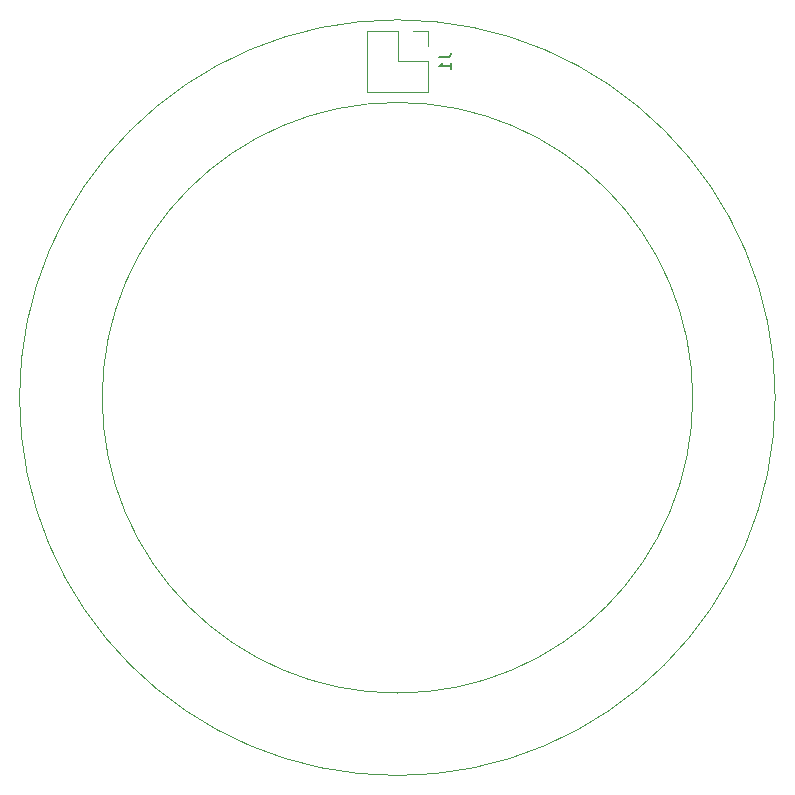
<source format=gbr>
%TF.GenerationSoftware,KiCad,Pcbnew,9.0.5*%
%TF.CreationDate,2025-12-07T22:18:12-05:00*%
%TF.ProjectId,LED_PCB,4c45445f-5043-4422-9e6b-696361645f70,rev?*%
%TF.SameCoordinates,Original*%
%TF.FileFunction,Legend,Bot*%
%TF.FilePolarity,Positive*%
%FSLAX46Y46*%
G04 Gerber Fmt 4.6, Leading zero omitted, Abs format (unit mm)*
G04 Created by KiCad (PCBNEW 9.0.5) date 2025-12-07 22:18:12*
%MOMM*%
%LPD*%
G01*
G04 APERTURE LIST*
%ADD10C,0.150000*%
%ADD11C,0.120000*%
%TA.AperFunction,Profile*%
%ADD12C,0.100000*%
%TD*%
G04 APERTURE END LIST*
D10*
X143504819Y-71186666D02*
X144219104Y-71186666D01*
X144219104Y-71186666D02*
X144361961Y-71139047D01*
X144361961Y-71139047D02*
X144457200Y-71043809D01*
X144457200Y-71043809D02*
X144504819Y-70900952D01*
X144504819Y-70900952D02*
X144504819Y-70805714D01*
X144504819Y-72186666D02*
X144504819Y-71615238D01*
X144504819Y-71900952D02*
X143504819Y-71900952D01*
X143504819Y-71900952D02*
X143647676Y-71805714D01*
X143647676Y-71805714D02*
X143742914Y-71710476D01*
X143742914Y-71710476D02*
X143790533Y-71615238D01*
D11*
%TO.C,J1*%
X137410000Y-74120000D02*
X137410000Y-68920000D01*
X140010000Y-68920000D02*
X137410000Y-68920000D01*
X140010000Y-71520000D02*
X140010000Y-68920000D01*
X142610000Y-68920000D02*
X141280000Y-68920000D01*
X142610000Y-70250000D02*
X142610000Y-68920000D01*
X142610000Y-71520000D02*
X140010000Y-71520000D01*
X142610000Y-74120000D02*
X137410000Y-74120000D01*
X142610000Y-74120000D02*
X142610000Y-71520000D01*
%TD*%
D12*
X171980000Y-99990000D02*
G75*
G02*
X108000000Y-99990000I-31990000J0D01*
G01*
X108000000Y-99990000D02*
G75*
G02*
X171980000Y-99990000I31990000J0D01*
G01*
X165000002Y-100000000D02*
G75*
G02*
X114999998Y-100000000I-25000002J0D01*
G01*
X114999998Y-100000000D02*
G75*
G02*
X165000002Y-100000000I25000002J0D01*
G01*
M02*

</source>
